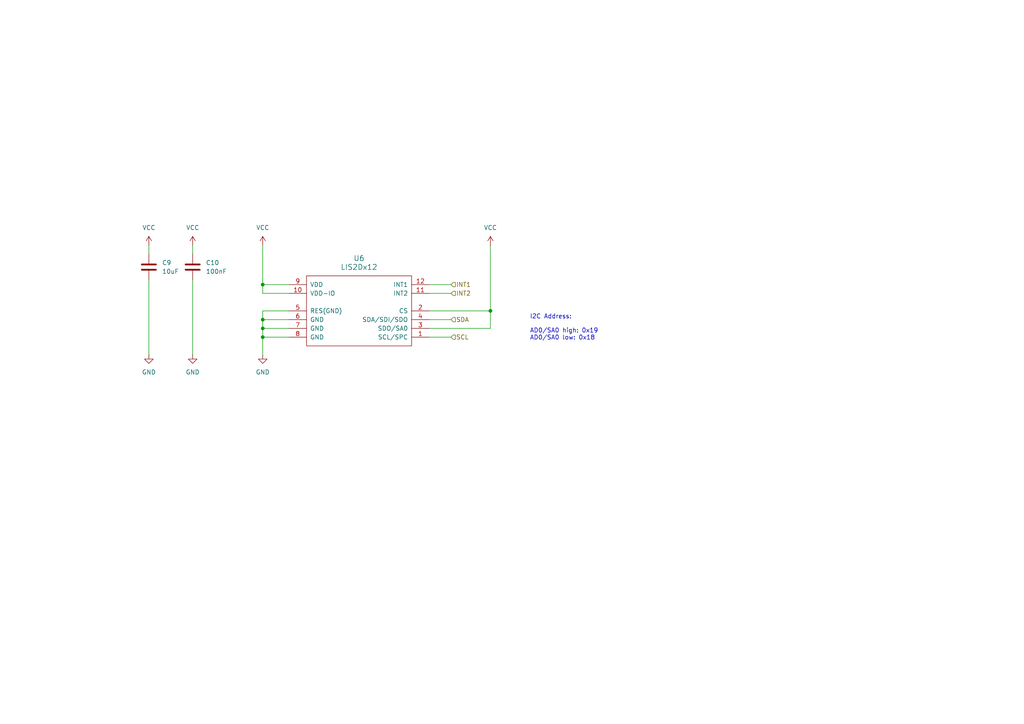
<source format=kicad_sch>
(kicad_sch (version 20231120) (generator "eeschema") (generator_version "8.0")
  (paper "A4")
  (title_block (title "LIS2DH12 accellerometer") (date "2024-05-26") (rev "1.0"))
  (lib_symbols
    (symbol "Device:C" (pin_numbers hide) (pin_names (offset 0.254))
      (property "Reference" "C" (at 0.635 2.54 0))
      (property "Value" "C" (at 0.635 -2.54 0))
      (symbol "C_0_1"
        (polyline (pts (xy -2.032 -0.762) (xy 2.032 -0.762)) (stroke (width 0.508)))
        (polyline (pts (xy -2.032 0.762) (xy 2.032 0.762)) (stroke (width 0.508)))
      )
      (symbol "C_1_1"
        (pin passive line (at 0 3.81 270) (length 2.794) (name "~") (number "1"))
        (pin passive line (at 0 -3.81 90) (length 2.794) (name "~") (number "2"))
      )
    )
    (symbol "lis2dh12:LIS2Dx12" (pin_names (offset 1.016))
      (property "Reference" "U" (at 0 12.7 0))
      (property "Value" "LIS2Dx12" (at 0 -12.7 0))
      (symbol "LIS2Dx12_0_1"
        (rectangle (start -15.24 10.16) (end 15.24 -10.16))
      )
      (symbol "LIS2Dx12_1_1"
        (pin input line (at 20.32 -7.62 180) (length 5.08) (name "SCL/SPC") (number "1"))
        (pin power_in line (at -20.32 5.08 0) (length 5.08) (name "VDD-IO") (number "10"))
        (pin output line (at 20.32 5.08 180) (length 5.08) (name "INT2") (number "11"))
        (pin output line (at 20.32 7.62 180) (length 5.08) (name "INT1") (number "12"))
        (pin input line (at 20.32 0 180) (length 5.08) (name "CS") (number "2"))
        (pin bidirectional line (at 20.32 -5.08 180) (length 5.08) (name "SDO/SA0") (number "3"))
        (pin bidirectional line (at 20.32 -2.54 180) (length 5.08) (name "SDA/SDI/SDO") (number "4"))
        (pin power_in line (at -20.32 0 0) (length 5.08) (name "RES(GND)") (number "5"))
        (pin power_in line (at -20.32 -2.54 0) (length 5.08) (name "GND") (number "6"))
        (pin power_in line (at -20.32 -5.08 0) (length 5.08) (name "GND") (number "7"))
        (pin power_in line (at -20.32 -7.62 0) (length 5.08) (name "GND") (number "8"))
        (pin power_in line (at -20.32 7.62 0) (length 5.08) (name "VDD") (number "9"))
      )
    )
    (symbol "power:GND" (power) (pin_numbers hide) (pin_names (offset 0) hide)
      (property "Value" "GND" (at 0 -3.81 0))
      (symbol "GND_0_1"
        (polyline (pts (xy 0 0) (xy 0 -1.27) (xy 1.27 -1.27) (xy 0 -2.54) (xy -1.27 -1.27) (xy 0 -1.27)))
      )
      (symbol "GND_1_1"
        (pin power_in line (at 0 0 270) (length 0) (name "~") (number "1"))
      )
    )
    (symbol "power:VCC" (power) (pin_numbers hide) (pin_names (offset 0) hide)
      (property "Value" "VCC" (at 0 3.556 0))
      (symbol "VCC_0_1"
        (polyline (pts (xy -0.762 1.27) (xy 0 2.54)))
        (polyline (pts (xy 0 0) (xy 0 2.54)))
        (polyline (pts (xy 0 2.54) (xy 0.762 1.27)))
      )
      (symbol "VCC_1_1"
        (pin power_in line (at 0 0 90) (length 0) (name "~") (number "1"))
      )
    )
  )
  (junction (at 76.2 82.55))
  (junction (at 76.2 95.25))
  (junction (at 142.24 90.17))
  (junction (at 76.2 97.79))
  (junction (at 76.2 92.71))
  (wire (pts (xy 76.2 90.17) (xy 76.2 92.71)))
  (wire (pts (xy 124.46 82.55) (xy 130.81 82.55)))
  (wire (pts (xy 55.88 81.28) (xy 55.88 102.87)))
  (wire (pts (xy 76.2 95.25) (xy 76.2 97.79)))
  (wire (pts (xy 142.24 71.12) (xy 142.24 90.17)))
  (wire (pts (xy 76.2 82.55) (xy 76.2 85.09)))
  (wire (pts (xy 142.24 95.25) (xy 142.24 90.17)))
  (wire (pts (xy 43.18 81.28) (xy 43.18 102.87)))
  (wire (pts (xy 76.2 97.79) (xy 76.2 102.87)))
  (wire (pts (xy 83.82 90.17) (xy 76.2 90.17)))
  (wire (pts (xy 124.46 92.71) (xy 130.81 92.71)))
  (wire (pts (xy 83.82 85.09) (xy 76.2 85.09)))
  (wire (pts (xy 124.46 97.79) (xy 130.81 97.79)))
  (wire (pts (xy 76.2 92.71) (xy 83.82 92.71)))
  (wire (pts (xy 124.46 95.25) (xy 142.24 95.25)))
  (wire (pts (xy 76.2 95.25) (xy 83.82 95.25)))
  (wire (pts (xy 76.2 92.71) (xy 76.2 95.25)))
  (wire (pts (xy 55.88 71.12) (xy 55.88 73.66)))
  (wire (pts (xy 43.18 71.12) (xy 43.18 73.66)))
  (wire (pts (xy 76.2 71.12) (xy 76.2 82.55)))
  (wire (pts (xy 76.2 97.79) (xy 83.82 97.79)))
  (wire (pts (xy 76.2 82.55) (xy 83.82 82.55)))
  (wire (pts (xy 124.46 90.17) (xy 142.24 90.17)))
  (wire (pts (xy 124.46 85.09) (xy 130.81 85.09)))
  (text "I2C Address:\n\nAD0/SA0 high: 0x19\nAD0/SA0 low: 0x18" (at 153.67 94.996 0) (effects (font (size 1.27 1.27)) (justify left)))
  (hierarchical_label "SDA" (shape input) (at 130.81 92.71 0))
  (hierarchical_label "INT1" (shape input) (at 130.81 82.55 0))
  (hierarchical_label "INT2" (shape input) (at 130.81 85.09 0))
  (hierarchical_label "SCL" (shape input) (at 130.81 97.79 0))
  (symbol (lib_id "power:GND") (at 43.18 102.87 0) (unit 1)
    (property "Reference" "#PWR077" (effects (hide yes)))
    (property "Value" "GND" (at 43.18 107.95 0))
    (property "Description" "Power symbol creates a global label with name \"GND\" , ground" (effects (hide yes)))
  )
  (symbol (lib_id "power:GND") (at 55.88 102.87 0) (unit 1)
    (property "Reference" "#PWR079" (effects (hide yes)))
    (property "Value" "GND" (at 55.88 107.95 0))
    (property "Description" "Power symbol creates a global label with name \"GND\" , ground" (effects (hide yes)))
  )
  (symbol (lib_id "power:VCC") (at 142.24 71.12 0) (unit 1)
    (property "Reference" "#PWR082" (effects (hide yes)))
    (property "Value" "VCC" (at 142.24 66.04 0))
    (property "Description" "Power symbol creates a global label with name \"VCC\"" (effects (hide yes)))
  )
  (symbol (lib_id "power:VCC") (at 55.88 71.12 0) (unit 1)
    (property "Reference" "#PWR078" (effects (hide yes)))
    (property "Value" "VCC" (at 55.88 66.04 0))
    (property "Description" "Power symbol creates a global label with name \"VCC\"" (effects (hide yes)))
  )
  (symbol (lib_id "power:VCC") (at 43.18 71.12 0) (unit 1)
    (property "Reference" "#PWR076" (effects (hide yes)))
    (property "Value" "VCC" (at 43.18 66.04 0))
    (property "Description" "Power symbol creates a global label with name \"VCC\"" (effects (hide yes)))
  )
  (symbol (lib_id "power:GND") (at 76.2 102.87 0) (unit 1)
    (property "Reference" "#PWR081" (effects (hide yes)))
    (property "Value" "GND" (at 76.2 107.95 0))
    (property "Description" "Power symbol creates a global label with name \"GND\" , ground" (effects (hide yes)))
  )
  (symbol (lib_id "power:VCC") (at 76.2 71.12 0) (unit 1)
    (property "Reference" "#PWR080" (effects (hide yes)))
    (property "Value" "VCC" (at 76.2 66.04 0))
    (property "Description" "Power symbol creates a global label with name \"VCC\"" (effects (hide yes)))
  )
  (symbol (lib_id "Device:C") (at 43.18 77.47 0) (unit 1)
    (property "Reference" "C9" (at 46.99 76.1999 0) (effects (justify left)))
    (property "Value" "10uF" (at 46.99 78.7399 0) (effects (justify left)))
    (property "Footprint" "Capacitor_SMD:C_0603_1608Metric" (effects (hide yes)))
    (property "Description" "Unpolarized capacitor" (effects (hide yes)))
  )
  (symbol (lib_id "lis2dh12:LIS2Dx12") (at 104.14 90.17 0) (unit 1)
    (property "Reference" "U6" (at 104.14 74.93 0) (effects (font (size 1.524 1.524))))
    (property "Value" "LIS2Dx12" (at 104.14 77.47 0) (effects (font (size 1.524 1.524))))
    (property "Footprint" "Package_LGA:LGA-12_2x2mm_P0.5mm" (effects (hide yes)))
  )
  (symbol (lib_id "Device:C") (at 55.88 77.47 0) (unit 1)
    (property "Reference" "C10" (at 59.69 76.1999 0) (effects (justify left)))
    (property "Value" "100nF" (at 59.69 78.7399 0) (effects (justify left)))
    (property "Footprint" "Capacitor_SMD:C_0603_1608Metric" (effects (hide yes)))
    (property "Description" "Unpolarized capacitor" (effects (hide yes)))
  )
)
</source>
